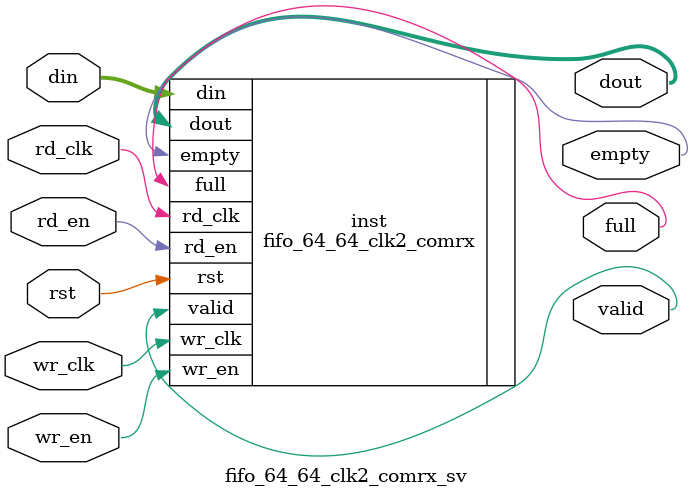
<source format=sv>


`timescale 1ps / 1ps

`include "vivado_interfaces.svh"

module fifo_64_64_clk2_comrx_sv (
  (* X_INTERFACE_IGNORE = "true" *)
  input wire rst,
  (* X_INTERFACE_IGNORE = "true" *)
  input wire wr_clk,
  (* X_INTERFACE_IGNORE = "true" *)
  input wire rd_clk,
  (* X_INTERFACE_IGNORE = "true" *)
  input wire [63:0] din,
  (* X_INTERFACE_IGNORE = "true" *)
  input wire wr_en,
  (* X_INTERFACE_IGNORE = "true" *)
  input wire rd_en,
  (* X_INTERFACE_IGNORE = "true" *)
  output wire [63:0] dout,
  (* X_INTERFACE_IGNORE = "true" *)
  output wire full,
  (* X_INTERFACE_IGNORE = "true" *)
  output wire empty,
  (* X_INTERFACE_IGNORE = "true" *)
  output wire valid
);

  fifo_64_64_clk2_comrx inst (
    .rst(rst),
    .wr_clk(wr_clk),
    .rd_clk(rd_clk),
    .din(din),
    .wr_en(wr_en),
    .rd_en(rd_en),
    .dout(dout),
    .full(full),
    .empty(empty),
    .valid(valid)
  );

endmodule

</source>
